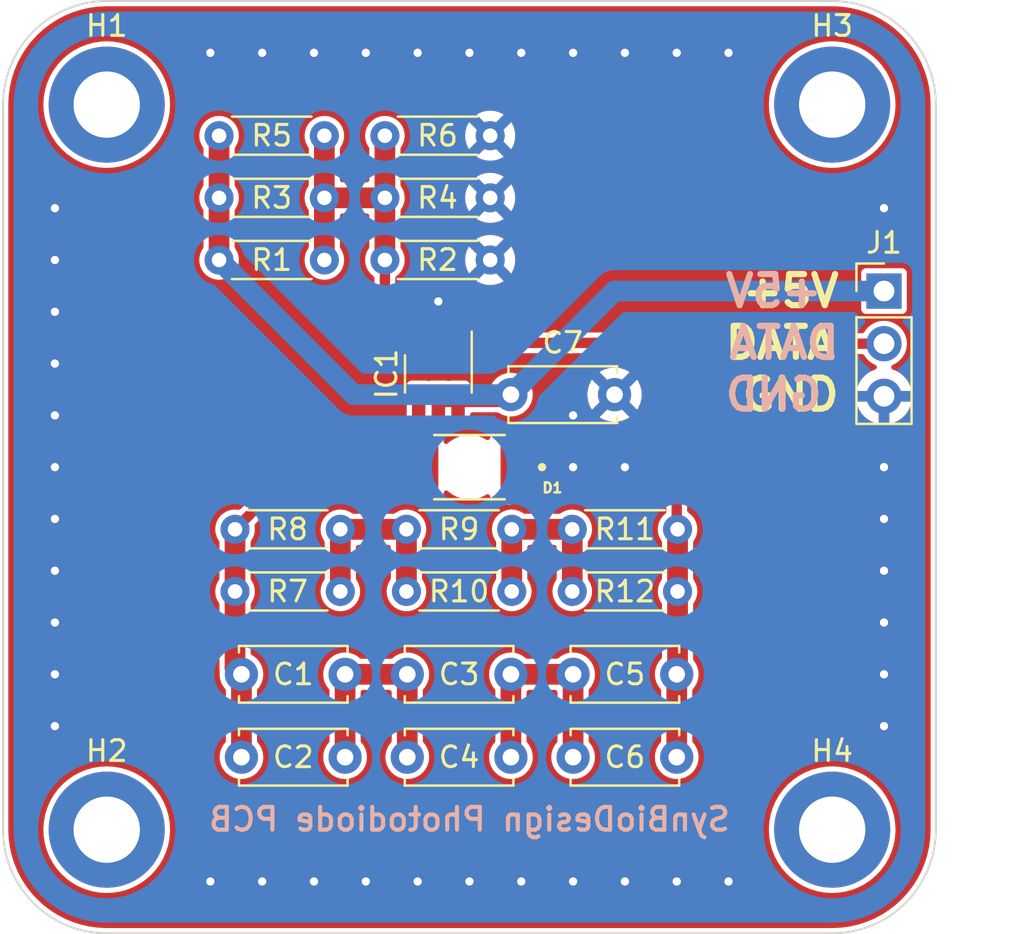
<source format=kicad_pcb>
(kicad_pcb (version 20211014) (generator pcbnew)
  (layers (0 "F.Cu" signal) (31 "B.Cu" signal) (34 "B.Paste" user) (35 "F.Paste" user) (36 "B.SilkS" user "B.Silkscreen") (37 "F.SilkS" user "F.Silkscreen") (38 "B.Mask" user) (39 "F.Mask" user) (44 "Edge.Cuts" user))
  (net 0 "")
  (net 1 "Net-(C1-Pad1)")
  (net 2 "Net-(C1-Pad2)")
  (net 3 "Net-(C3-Pad2)")
  (net 4 "Net-(C5-Pad2)")
  (net 5 "GND")
  (net 6 "Net-(IC1-Pad3)")
  (net 7 "+5V")
  (net 8 "Net-(R10-Pad1)")
  (net 9 "Net-(R10-Pad2)")
  (footprint "Capacitor_THT:C_Disc_D5.0mm_W2.5mm_P5.00mm" (layer "F.Cu") (at 157 104)
    (fp_text reference "C4" (at 2.5 0) (layer "F.SilkS"))
    (fp_text value "C")
    (fp_line (start 5.12 1.055) (end 5.12 1.37) (layer "F.SilkS") (width 0.12))
    (fp_line (start -0.12 -1.37) (end -0.12 -1.055) (layer "F.SilkS") (width 0.12))
    (fp_line (start -0.12 -1.37) (end 5.12 -1.37) (layer "F.SilkS") (width 0.12))
    (fp_line (start -0.12 1.37) (end 5.12 1.37) (layer "F.SilkS") (width 0.12))
    (fp_line (start -0.12 1.055) (end -0.12 1.37) (layer "F.SilkS") (width 0.12))
    (fp_line (start 5.12 -1.37) (end 5.12 -1.055) (layer "F.SilkS") (width 0.12))
    (pad "1" thru_hole circle (at 0 0) (size 1.6 1.6) (drill 0.8) (layers *.Cu *.Mask) (net 2 "Net-(C1-Pad2)"))
    (pad "2" thru_hole circle (at 5 0) (size 1.6 1.6) (drill 0.8) (layers *.Cu *.Mask) (net 3 "Net-(C3-Pad2)"))
  )
  (footprint "Resistor_THT:R_Axial_DIN0204_L3.6mm_D1.6mm_P5.08mm_Horizontal" (layer "F.Cu") (at 161 77 180)
    (fp_text reference "R4" (at 2.54 0) (layer "F.SilkS"))
    (fp_text value "R")
    (fp_line (start 0.62 0.92) (end 4.46 0.92) (layer "F.SilkS") (width 0.12))
    (fp_line (start 0.62 -0.92) (end 4.46 -0.92) (layer "F.SilkS") (width 0.12))
    (pad "1" thru_hole circle (at 0 0 180) (size 1.4 1.4) (drill 0.7) (layers *.Cu *.Mask) (net 5 "GND"))
    (pad "2" thru_hole oval (at 5.08 0 180) (size 1.4 1.4) (drill 0.7) (layers *.Cu *.Mask) (net 6 "Net-(IC1-Pad3)"))
  )
  (footprint "MountingHole:MountingHole_3.2mm_M3_DIN965_Pad" (layer "F.Cu") (at 177.5 72.5)
    (fp_text reference "H3" (at 0 -3.8) (layer "F.SilkS"))
    (fp_text value "MountingHole")
    (pad "1" thru_hole circle (at 0 0) (size 5.6 5.6) (drill 3.2) (layers *.Cu *.Mask))
  )
  (footprint "SFH2270R:LED_SFH2270R" (layer "F.Cu") (at 160 90 180)
    (fp_text reference "D1" (at -4 -1) (layer "F.SilkS") (effects (font (size 0.48 0.48))))
    (fp_text value "D_Photo")
    (fp_line (start -1.7 1.55) (end 1.7 1.55) (layer "F.SilkS") (width 0.127))
    (fp_line (start -1.7 -1.55) (end 1.7 -1.55) (layer "F.SilkS") (width 0.127))
    (fp_circle (center -3.5 0) (end -3.4 0) (layer "F.SilkS") (width 0.2) (fill none))
    (pad "" np_thru_hole circle (at 0 0 180) (size 2.6 2.6) (drill 2.6) (layers *.Cu *.Mask))
    (pad "1" smd rect (at -2.25 0 270) (size 2.6 1.5) (layers "F.Cu") (net 5 "GND"))
    (pad "2" smd rect (at 2.25 0 270) (size 2.6 1.5) (layers "F.Cu") (net 1 "Net-(C1-Pad1)"))
  )
  (footprint "MountingHole:MountingHole_3.2mm_M3_DIN965_Pad" (layer "F.Cu") (at 177.5 107.5)
    (fp_text reference "H4" (at 0 -3.8) (layer "F.SilkS"))
    (fp_text value "MountingHole")
    (pad "1" thru_hole circle (at 0 0) (size 5.6 5.6) (drill 3.2) (layers *.Cu *.Mask))
  )
  (footprint "Resistor_THT:R_Axial_DIN0204_L3.6mm_D1.6mm_P5.08mm_Horizontal" (layer "F.Cu") (at 153 80 180)
    (fp_text reference "R1" (at 2.54 0) (layer "F.SilkS"))
    (fp_text value "R")
    (fp_line (start 0.62 -0.92) (end 4.46 -0.92) (layer "F.SilkS") (width 0.12))
    (fp_line (start 0.62 0.92) (end 4.46 0.92) (layer "F.SilkS") (width 0.12))
    (pad "1" thru_hole circle (at 0 0 180) (size 1.4 1.4) (drill 0.7) (layers *.Cu *.Mask) (net 6 "Net-(IC1-Pad3)"))
    (pad "2" thru_hole oval (at 5.08 0 180) (size 1.4 1.4) (drill 0.7) (layers *.Cu *.Mask) (net 7 "+5V"))
  )
  (footprint "Resistor_THT:R_Axial_DIN0204_L3.6mm_D1.6mm_P5.08mm_Horizontal" (layer "F.Cu") (at 161 74 180)
    (fp_text reference "R6" (at 2.54 0) (layer "F.SilkS"))
    (fp_text value "R")
    (fp_line (start 0.62 0.92) (end 4.46 0.92) (layer "F.SilkS") (width 0.12))
    (fp_line (start 0.62 -0.92) (end 4.46 -0.92) (layer "F.SilkS") (width 0.12))
    (pad "1" thru_hole circle (at 0 0 180) (size 1.4 1.4) (drill 0.7) (layers *.Cu *.Mask) (net 5 "GND"))
    (pad "2" thru_hole oval (at 5.08 0 180) (size 1.4 1.4) (drill 0.7) (layers *.Cu *.Mask) (net 6 "Net-(IC1-Pad3)"))
  )
  (footprint "Connector_PinHeader_2.54mm:PinHeader_1x03_P2.54mm_Vertical" (layer "F.Cu") (at 180 81.5)
    (fp_text reference "J1" (at 0 -2.33) (layer "F.SilkS"))
    (fp_text value "Conn_01x03_Male")
    (fp_line (start -1.33 0) (end -1.33 -1.33) (layer "F.SilkS") (width 0.12))
    (fp_line (start -1.33 1.27) (end -1.33 6.41) (layer "F.SilkS") (width 0.12))
    (fp_line (start -1.33 6.41) (end 1.33 6.41) (layer "F.SilkS") (width 0.12))
    (fp_line (start 1.33 1.27) (end 1.33 6.41) (layer "F.SilkS") (width 0.12))
    (fp_line (start -1.33 1.27) (end 1.33 1.27) (layer "F.SilkS") (width 0.12))
    (fp_line (start -1.33 -1.33) (end 0 -1.33) (layer "F.SilkS") (width 0.12))
    (pad "1" thru_hole rect (at 0 0) (size 1.7 1.7) (drill 1) (layers *.Cu *.Mask) (net 7 "+5V"))
    (pad "2" thru_hole oval (at 0 2.54) (size 1.7 1.7) (drill 1) (layers *.Cu *.Mask) (net 4 "Net-(C5-Pad2)"))
    (pad "3" thru_hole oval (at 0 5.08) (size 1.7 1.7) (drill 1) (layers *.Cu *.Mask) (net 5 "GND"))
  )
  (footprint "Capacitor_THT:C_Disc_D5.0mm_W2.5mm_P5.00mm" (layer "F.Cu") (at 162 86.5)
    (fp_text reference "C7" (at 2.5 -2.5) (layer "F.SilkS"))
    (fp_text value "C")
    (fp_line (start -0.12 -1.37) (end 5.12 -1.37) (layer "F.SilkS") (width 0.12))
    (fp_line (start -0.12 -1.37) (end -0.12 -1.055) (layer "F.SilkS") (width 0.12))
    (fp_line (start -0.12 1.37) (end 5.12 1.37) (layer "F.SilkS") (width 0.12))
    (fp_line (start 5.12 1.055) (end 5.12 1.37) (layer "F.SilkS") (width 0.12))
    (fp_line (start 5.12 -1.37) (end 5.12 -1.055) (layer "F.SilkS") (width 0.12))
    (fp_line (start -0.12 1.055) (end -0.12 1.37) (layer "F.SilkS") (width 0.12))
    (pad "1" thru_hole circle (at 0 0) (size 1.6 1.6) (drill 0.8) (layers *.Cu *.Mask) (net 7 "+5V"))
    (pad "2" thru_hole circle (at 5 0) (size 1.6 1.6) (drill 0.8) (layers *.Cu *.Mask) (net 5 "GND"))
  )
  (footprint "MountingHole:MountingHole_3.2mm_M3_DIN965_Pad" (layer "F.Cu") (at 142.5 107.5)
    (fp_text reference "H2" (at 0 -3.8) (layer "F.SilkS"))
    (fp_text value "MountingHole")
    (pad "1" thru_hole circle (at 0 0) (size 5.6 5.6) (drill 3.2) (layers *.Cu *.Mask))
  )
  (footprint "Capacitor_THT:C_Disc_D5.0mm_W2.5mm_P5.00mm" (layer "F.Cu") (at 165 100)
    (fp_text reference "C5" (at 2.5 0) (layer "F.SilkS"))
    (fp_text value "C")
    (fp_line (start 5.12 -1.37) (end 5.12 -1.055) (layer "F.SilkS") (width 0.12))
    (fp_line (start -0.12 -1.37) (end -0.12 -1.055) (layer "F.SilkS") (width 0.12))
    (fp_line (start -0.12 -1.37) (end 5.12 -1.37) (layer "F.SilkS") (width 0.12))
    (fp_line (start 5.12 1.055) (end 5.12 1.37) (layer "F.SilkS") (width 0.12))
    (fp_line (start -0.12 1.37) (end 5.12 1.37) (layer "F.SilkS") (width 0.12))
    (fp_line (start -0.12 1.055) (end -0.12 1.37) (layer "F.SilkS") (width 0.12))
    (pad "1" thru_hole circle (at 0 0) (size 1.6 1.6) (drill 0.8) (layers *.Cu *.Mask) (net 3 "Net-(C3-Pad2)"))
    (pad "2" thru_hole circle (at 5 0) (size 1.6 1.6) (drill 0.8) (layers *.Cu *.Mask) (net 4 "Net-(C5-Pad2)"))
  )
  (footprint "Capacitor_THT:C_Disc_D5.0mm_W2.5mm_P5.00mm" (layer "F.Cu") (at 149 104)
    (fp_text reference "C2" (at 2.5 0) (layer "F.SilkS"))
    (fp_text value "C")
    (fp_line (start -0.12 1.37) (end 5.12 1.37) (layer "F.SilkS") (width 0.12))
    (fp_line (start -0.12 -1.37) (end 5.12 -1.37) (layer "F.SilkS") (width 0.12))
    (fp_line (start 5.12 -1.37) (end 5.12 -1.055) (layer "F.SilkS") (width 0.12))
    (fp_line (start -0.12 1.055) (end -0.12 1.37) (layer "F.SilkS") (width 0.12))
    (fp_line (start 5.12 1.055) (end 5.12 1.37) (layer "F.SilkS") (width 0.12))
    (fp_line (start -0.12 -1.37) (end -0.12 -1.055) (layer "F.SilkS") (width 0.12))
    (pad "1" thru_hole circle (at 0 0) (size 1.6 1.6) (drill 0.8) (layers *.Cu *.Mask) (net 1 "Net-(C1-Pad1)"))
    (pad "2" thru_hole circle (at 5 0) (size 1.6 1.6) (drill 0.8) (layers *.Cu *.Mask) (net 2 "Net-(C1-Pad2)"))
  )
  (footprint "Resistor_THT:R_Axial_DIN0204_L3.6mm_D1.6mm_P5.08mm_Horizontal" (layer "F.Cu") (at 156.96 93)
    (fp_text reference "R9" (at 2.54 0) (layer "F.SilkS"))
    (fp_text value "R")
    (fp_line (start 0.62 -0.92) (end 4.46 -0.92) (layer "F.SilkS") (width 0.12))
    (fp_line (start 0.62 0.92) (end 4.46 0.92) (layer "F.SilkS") (width 0.12))
    (pad "1" thru_hole circle (at 0 0) (size 1.4 1.4) (drill 0.7) (layers *.Cu *.Mask) (net 8 "Net-(R10-Pad1)"))
    (pad "2" thru_hole oval (at 5.08 0) (size 1.4 1.4) (drill 0.7) (layers *.Cu *.Mask) (net 9 "Net-(R10-Pad2)"))
  )
  (footprint "Resistor_THT:R_Axial_DIN0204_L3.6mm_D1.6mm_P5.08mm_Horizontal" (layer "F.Cu") (at 153 77 180)
    (fp_text reference "R3" (at 2.54 0.000001) (layer "F.SilkS"))
    (fp_text value "R")
    (fp_line (start 0.62 -0.92) (end 4.46 -0.92) (layer "F.SilkS") (width 0.12))
    (fp_line (start 0.62 0.92) (end 4.46 0.92) (layer "F.SilkS") (width 0.12))
    (pad "1" thru_hole circle (at 0 0 180) (size 1.4 1.4) (drill 0.7) (layers *.Cu *.Mask) (net 6 "Net-(IC1-Pad3)"))
    (pad "2" thru_hole oval (at 5.08 0 180) (size 1.4 1.4) (drill 0.7) (layers *.Cu *.Mask) (net 7 "+5V"))
  )
  (footprint "Capacitor_THT:C_Disc_D5.0mm_W2.5mm_P5.00mm" (layer "F.Cu") (at 157 100)
    (fp_text reference "C3" (at 2.5 0) (layer "F.SilkS"))
    (fp_text value "C")
    (fp_line (start -0.12 -1.37) (end -0.12 -1.055) (layer "F.SilkS") (width 0.12))
    (fp_line (start 5.12 1.055) (end 5.12 1.37) (layer "F.SilkS") (width 0.12))
    (fp_line (start -0.12 -1.37) (end 5.12 -1.37) (layer "F.SilkS") (width 0.12))
    (fp_line (start 5.12 -1.37) (end 5.12 -1.055) (layer "F.SilkS") (width 0.12))
    (fp_line (start -0.12 1.055) (end -0.12 1.37) (layer "F.SilkS") (width 0.12))
    (fp_line (start -0.12 1.37) (end 5.12 1.37) (layer "F.SilkS") (width 0.12))
    (pad "1" thru_hole circle (at 0 0) (size 1.6 1.6) (drill 0.8) (layers *.Cu *.Mask) (net 2 "Net-(C1-Pad2)"))
    (pad "2" thru_hole circle (at 5 0) (size 1.6 1.6) (drill 0.8) (layers *.Cu *.Mask) (net 3 "Net-(C3-Pad2)"))
  )
  (footprint "Capacitor_THT:C_Disc_D5.0mm_W2.5mm_P5.00mm" (layer "F.Cu") (at 165 104)
    (fp_text reference "C6" (at 2.5 0) (layer "F.SilkS"))
    (fp_text value "C")
    (fp_line (start -0.12 -1.37) (end 5.12 -1.37) (layer "F.SilkS") (width 0.12))
    (fp_line (start -0.12 -1.37) (end -0.12 -1.055) (layer "F.SilkS") (width 0.12))
    (fp_line (start -0.12 1.37) (end 5.12 1.37) (layer "F.SilkS") (width 0.12))
    (fp_line (start 5.12 -1.37) (end 5.12 -1.055) (layer "F.SilkS") (width 0.12))
    (fp_line (start 5.12 1.055) (end 5.12 1.37) (layer "F.SilkS") (width 0.12))
    (fp_line (start -0.12 1.055) (end -0.12 1.37) (layer "F.SilkS") (width 0.12))
    (pad "1" thru_hole circle (at 0 0) (size 1.6 1.6) (drill 0.8) (layers *.Cu *.Mask) (net 3 "Net-(C3-Pad2)"))
    (pad "2" thru_hole circle (at 5 0) (size 1.6 1.6) (drill 0.8) (layers *.Cu *.Mask) (net 4 "Net-(C5-Pad2)"))
  )
  (footprint "Capacitor_THT:C_Disc_D5.0mm_W2.5mm_P5.00mm" (layer "F.Cu") (at 149 100)
    (fp_text reference "C1" (at 2.5 0) (layer "F.SilkS"))
    (fp_text value "C")
    (fp_line (start -0.12 1.37) (end 5.12 1.37) (layer "F.SilkS") (width 0.12))
    (fp_line (start -0.12 1.055) (end -0.12 1.37) (layer "F.SilkS") (width 0.12))
    (fp_line (start 5.12 -1.37) (end 5.12 -1.055) (layer "F.SilkS") (width 0.12))
    (fp_line (start -0.12 -1.37) (end -0.12 -1.055) (layer "F.SilkS") (width 0.12))
    (fp_line (start 5.12 1.055) (end 5.12 1.37) (layer "F.SilkS") (width 0.12))
    (fp_line (start -0.12 -1.37) (end 5.12 -1.37) (layer "F.SilkS") (width 0.12))
    (pad "1" thru_hole circle (at 0 0) (size 1.6 1.6) (drill 0.8) (layers *.Cu *.Mask) (net 1 "Net-(C1-Pad1)"))
    (pad "2" thru_hole circle (at 5 0) (size 1.6 1.6) (drill 0.8) (layers *.Cu *.Mask) (net 2 "Net-(C1-Pad2)"))
  )
  (footprint "Resistor_THT:R_Axial_DIN0204_L3.6mm_D1.6mm_P5.08mm_Horizontal" (layer "F.Cu") (at 148.69 96)
    (fp_text reference "R7" (at 2.54 0) (layer "F.SilkS"))
    (fp_text value "R")
    (fp_line (start 0.62 0.92) (end 4.46 0.92) (layer "F.SilkS") (width 0.12))
    (fp_line (start 0.62 -0.92) (end 4.46 -0.92) (layer "F.SilkS") (width 0.12))
    (pad "1" thru_hole circle (at 0 0) (size 1.4 1.4) (drill 0.7) (layers *.Cu *.Mask) (net 1 "Net-(C1-Pad1)"))
    (pad "2" thru_hole oval (at 5.08 0) (size 1.4 1.4) (drill 0.7) (layers *.Cu *.Mask) (net 8 "Net-(R10-Pad1)"))
  )
  (footprint "Resistor_THT:R_Axial_DIN0204_L3.6mm_D1.6mm_P5.08mm_Horizontal" (layer "F.Cu") (at 148.69 93)
    (fp_text reference "R8" (at 2.54 0) (layer "F.SilkS"))
    (fp_text value "R")
    (fp_line (start 0.62 -0.92) (end 4.46 -0.92) (layer "F.SilkS") (width 0.12))
    (fp_line (start 0.62 0.92) (end 4.46 0.92) (layer "F.SilkS") (width 0.12))
    (pad "1" thru_hole circle (at 0 0) (size 1.4 1.4) (drill 0.7) (layers *.Cu *.Mask) (net 1 "Net-(C1-Pad1)"))
    (pad "2" thru_hole oval (at 5.08 0) (size 1.4 1.4) (drill 0.7) (layers *.Cu *.Mask) (net 8 "Net-(R10-Pad1)"))
  )
  (footprint "Resistor_THT:R_Axial_DIN0204_L3.6mm_D1.6mm_P5.08mm_Horizontal" (layer "F.Cu") (at 164.96 96)
    (fp_text reference "R12" (at 2.54 0) (layer "F.SilkS"))
    (fp_text value "R")
    (fp_line (start 0.62 -0.92) (end 4.46 -0.92) (layer "F.SilkS") (width 0.12))
    (fp_line (start 0.62 0.92) (end 4.46 0.92) (layer "F.SilkS") (width 0.12))
    (pad "1" thru_hole circle (at 0 0) (size 1.4 1.4) (drill 0.7) (layers *.Cu *.Mask) (net 9 "Net-(R10-Pad2)"))
    (pad "2" thru_hole oval (at 5.08 0) (size 1.4 1.4) (drill 0.7) (layers *.Cu *.Mask) (net 4 "Net-(C5-Pad2)"))
  )
  (footprint "Resistor_THT:R_Axial_DIN0204_L3.6mm_D1.6mm_P5.08mm_Horizontal" (layer "F.Cu") (at 156.96 96)
    (fp_text reference "R10" (at 2.54 0) (layer "F.SilkS"))
    (fp_text value "R")
    (fp_line (start 0.62 0.92) (end 4.46 0.92) (layer "F.SilkS") (width 0.12))
    (fp_line (start 0.62 -0.92) (end 4.46 -0.92) (layer "F.SilkS") (width 0.12))
    (pad "1" thru_hole circle (at 0 0) (size 1.4 1.4) (drill 0.7) (layers *.Cu *.Mask) (net 8 "Net-(R10-Pad1)"))
    (pad "2" thru_hole oval (at 5.08 0) (size 1.4 1.4) (drill 0.7) (layers *.Cu *.Mask) (net 9 "Net-(R10-Pad2)"))
  )
  (footprint "Package_TO_SOT_SMD:SOT-23-6_Handsoldering" (layer "F.Cu") (at 158.5 85.5 -90)
    (fp_text reference "IC1" (at 0 2.5 90) (layer "F.SilkS"))
    (fp_text value "OPA322SAIDBVT")
    (fp_line (start 0.9 -1.61) (end -2.05 -1.61) (layer "F.SilkS") (width 0.12))
    (fp_line (start -0.9 1.61) (end 0.9 1.61) (layer "F.SilkS") (width 0.12))
    (pad "1" smd rect (at -1.35 -0.95 270) (size 1.56 0.65) (layers "F.Cu" "F.Paste" "F.Mask") (net 4 "Net-(C5-Pad2)"))
    (pad "2" smd rect (at -1.35 0 270) (size 1.56 0.65) (layers "F.Cu" "F.Paste" "F.Mask") (net 5 "GND"))
    (pad "3" smd rect (at -1.35 0.95 270) (size 1.56 0.65) (layers "F.Cu" "F.Paste" "F.Mask") (net 6 "Net-(IC1-Pad3)"))
    (pad "4" smd rect (at 1.35 0.95 270) (size 1.56 0.65) (layers "F.Cu" "F.Paste" "F.Mask") (net 1 "Net-(C1-Pad1)"))
    (pad "5" smd rect (at 1.35 0 270) (size 1.56 0.65) (layers "F.Cu" "F.Paste" "F.Mask") (net 7 "+5V"))
    (pad "6" smd rect (at 1.35 -0.95 270) (size 1.56 0.65) (layers "F.Cu" "F.Paste" "F.Mask") (net 7 "+5V"))
  )
  (footprint "Resistor_THT:R_Axial_DIN0204_L3.6mm_D1.6mm_P5.08mm_Horizontal" (layer "F.Cu") (at 164.96 93)
    (fp_text reference "R11" (at 2.54 0) (layer "F.SilkS"))
    (fp_text value "R")
    (fp_line (start 0.62 0.92) (end 4.46 0.92) (layer "F.SilkS") (width 0.12))
    (fp_line (start 0.62 -0.92) (end 4.46 -0.92) (layer "F.SilkS") (width 0.12))
    (pad "1" thru_hole circle (at 0 0) (size 1.4 1.4) (drill 0.7) (layers *.Cu *.Mask) (net 9 "Net-(R10-Pad2)"))
    (pad "2" thru_hole oval (at 5.08 0) (size 1.4 1.4) (drill 0.7) (layers *.Cu *.Mask) (net 4 "Net-(C5-Pad2)"))
  )
  (footprint "MountingHole:MountingHole_3.2mm_M3_DIN965_Pad" (layer "F.Cu") (at 142.5 72.5)
    (fp_text reference "H1" (at 0 -3.8) (layer "F.SilkS"))
    (fp_text value "MountingHole")
    (pad "1" thru_hole circle (at 0 0) (size 5.6 5.6) (drill 3.2) (layers *.Cu *.Mask))
  )
  (footprint "Resistor_THT:R_Axial_DIN0204_L3.6mm_D1.6mm_P5.08mm_Horizontal" (layer "F.Cu") (at 161 80 180)
    (fp_text reference "R2" (at 2.54 0) (layer "F.SilkS"))
    (fp_text value "R")
    (fp_line (start 0.62 0.92) (end 4.46 0.92) (layer "F.SilkS") (width 0.12))
    (fp_line (start 0.62 -0.92) (end 4.46 -0.92) (layer "F.SilkS") (width 0.12))
    (pad "1" thru_hole circle (at 0 0 180) (size 1.4 1.4) (drill 0.7) (layers *.Cu *.Mask) (net 5 "GND"))
    (pad "2" thru_hole oval (at 5.08 0 180) (size 1.4 1.4) (drill 0.7) (layers *.Cu *.Mask) (net 6 "Net-(IC1-Pad3)"))
  )
  (footprint "Resistor_THT:R_Axial_DIN0204_L3.6mm_D1.6mm_P5.08mm_Horizontal" (layer "F.Cu") (at 153 74 180)
    (fp_text reference "R5" (at 2.54 0) (layer "F.SilkS"))
    (fp_text value "R")
    (fp_line (start 0.62 -0.92) (end 4.46 -0.92) (layer "F.SilkS") (width 0.12))
    (fp_line (start 0.62 0.92) (end 4.46 0.92) (layer "F.SilkS") (width 0.12))
    (pad "1" thru_hole circle (at 0 0 180) (size 1.4 1.4) (drill 0.7) (layers *.Cu *.Mask) (net 6 "Net-(IC1-Pad3)"))
    (pad "2" thru_hole oval (at 5.08 0 180) (size 1.4 1.4) (drill 0.7) (layers *.Cu *.Mask) (net 7 "+5V"))
  )
  (gr_arc (start 142.5 112.5) (mid 138.964466 111.035534) (end 137.5 107.5) (layer "Edge.Cuts") (width 0.1))
  (gr_line (start 182.5 107.5) (end 182.5 72.5) (layer "Edge.Cuts") (width 0.1))
  (gr_arc (start 177.5 67.5) (mid 181.035534 68.964466) (end 182.5 72.5) (layer "Edge.Cuts") (width 0.1))
  (gr_arc (start 182.5 107.5) (mid 181.035534 111.035534) (end 177.5 112.5) (layer "Edge.Cuts") (width 0.1))
  (gr_line (start 137.5 72.5) (end 137.5 107.5) (layer "Edge.Cuts") (width 0.1))
  (gr_line (start 142.5 112.5) (end 177.5 112.5) (layer "Edge.Cuts") (width 0.1))
  (gr_line (start 142.5 67.5) (end 177.5 67.5) (layer "Edge.Cuts") (width 0.1))
  (gr_arc (start 137.5 72.5) (mid 138.964466 68.964466) (end 142.5 67.5) (layer "Edge.Cuts") (width 0.1))
  (gr_text "+5V" (at 174.678572 81.5) (layer "B.SilkS") (effects (font (size 1.5 1.5) (thickness 0.3)) (justify mirror)))
  (gr_text "DATA" (at 175.178572 84) (layer "B.SilkS") (effects (font (size 1.5 1.5) (thickness 0.3)) (justify mirror)))
  (gr_text "GND" (at 174.678572 86.5) (layer "B.SilkS") (effects (font (size 1.5 1.5) (thickness 0.3)) (justify mirror)))
  (gr_text "SynBioDesign Photodiode PCB" (at 160 107) (layer "B.SilkS") (effects (font (size 1.1 1.1) (thickness 0.2)) (justify mirror)))
  (gr_text "GND" (at 175.5 86.5) (layer "F.SilkS") (effects (font (size 1.5 1.5) (thickness 0.3))))
  (gr_text "+5V" (at 175.5 81.5) (layer "F.SilkS") (effects (font (size 1.5 1.5) (thickness 0.3))))
  (gr_text "DATA" (at 175 84) (layer "F.SilkS") (effects (font (size 1.5 1.5) (thickness 0.3))))
  (segment (start 151.69 90) (end 148.69 93) (width 0.5) (layer "F.Cu") (net 1))
  (segment (start 149 104) (end 149 100) (width 1) (layer "F.Cu") (net 1))
  (segment (start 148.69 99.69) (end 149 100) (width 1) (layer "F.Cu") (net 1))
  (segment (start 157.75 90) (end 151.69 90) (width 0.5) (layer "F.Cu") (net 1))
  (segment (start 148.69 96) (end 148.69 93) (width 1) (layer "F.Cu") (net 1))
  (segment (start 157.55 86.85) (end 157.55 89.8) (width 0.5) (layer "F.Cu") (net 1))
  (segment (start 157.55 89.8) (end 157.75 90) (width 0.5) (layer "F.Cu") (net 1))
  (segment (start 148.69 96) (end 148.69 99.69) (width 1) (layer "F.Cu") (net 1))
  (segment (start 154 100) (end 157 100) (width 1) (layer "F.Cu") (net 2))
  (segment (start 157 104) (end 157 100) (width 1) (layer "F.Cu") (net 2))
  (segment (start 154 104) (end 154 100) (width 1) (layer "F.Cu") (net 2))
  (segment (start 162 100) (end 165 100) (width 1) (layer "F.Cu") (net 3))
  (segment (start 165 100) (end 165 104) (width 1) (layer "F.Cu") (net 3))
  (segment (start 162 104) (end 162 100) (width 1) (layer "F.Cu") (net 3))
  (segment (start 170.04 96) (end 170.04 93) (width 1) (layer "F.Cu") (net 4))
  (segment (start 169.75 84.75) (end 169.75 84.25) (width 0.5) (layer "F.Cu") (net 4))
  (segment (start 170 85) (end 170.96 84.04) (width 0.5) (layer "F.Cu") (net 4))
  (segment (start 170 85) (end 170 84.5) (width 0.5) (layer "F.Cu") (net 4))
  (segment (start 159.45 84.15) (end 159.6 84) (width 0.5) (layer "F.Cu") (net 4))
  (segment (start 170.96 84.04) (end 180 84.04) (width 0.5) (layer "F.Cu") (net 4))
  (segment (start 170 84.5) (end 170.46 84.04) (width 0.5) (layer "F.Cu") (net 4))
  (segment (start 159.6 84) (end 169 84) (width 0.5) (layer "F.Cu") (net 4))
  (segment (start 170 85) (end 170 92.96) (width 0.5) (layer "F.Cu") (net 4))
  (segment (start 170 104) (end 170 100) (width 1) (layer "F.Cu") (net 4))
  (segment (start 169.75 84.25) (end 169.96 84.04) (width 0.5) (layer "F.Cu") (net 4))
  (segment (start 169 84) (end 169.04 84.04) (width 0.5) (layer "F.Cu") (net 4))
  (segment (start 170 84.5) (end 170 84.08) (width 0.5) (layer "F.Cu") (net 4))
  (segment (start 170.04 96) (end 170.04 99.96) (width 1) (layer "F.Cu") (net 4))
  (segment (start 170.04 99.96) (end 170 100) (width 1) (layer "F.Cu") (net 4))
  (segment (start 170 84.08) (end 169.96 84.04) (width 0.5) (layer "F.Cu") (net 4))
  (segment (start 169.96 84.04) (end 170.46 84.04) (width 0.5) (layer "F.Cu") (net 4))
  (segment (start 170.46 84.04) (end 170.96 84.04) (width 0.5) (layer "F.Cu") (net 4))
  (segment (start 169.75 84.75) (end 169.15 84.15) (width 0.5) (layer "F.Cu") (net 4))
  (segment (start 169.04 84.04) (end 169.96 84.04) (width 0.5) (layer "F.Cu") (net 4))
  (segment (start 170 85) (end 169.75 84.75) (width 0.5) (layer "F.Cu") (net 4))
  (segment (start 170 92.96) (end 170.04 93) (width 0.5) (layer "F.Cu") (net 4))
  (segment (start 169 84) (end 169.15 84.15) (width 0.5) (layer "F.Cu") (net 4))
  (via (at 140 87.5) (size 0.8) (drill 0.4) (layers "F.Cu" "B.Cu") (net 5))
  (via (at 165 87.5) (size 0.8) (drill 0.4) (layers "F.Cu" "B.Cu") (net 5))
  (via (at 160 110) (size 0.8) (drill 0.4) (layers "F.Cu" "B.Cu") (net 5))
  (via (at 157.5 70) (size 0.8) (drill 0.4) (layers "F.Cu" "B.Cu") (net 5))
  (via (at 140 102.5) (size 0.8) (drill 0.4) (layers "F.Cu" "B.Cu") (net 5))
  (via (at 162.5 70) (size 0.8) (drill 0.4) (layers "F.Cu" "B.Cu") (net 5))
  (via (at 180 100) (size 0.8) (drill 0.4) (layers "F.Cu" "B.Cu") (net 5))
  (via (at 140 77.5) (size 0.8) (drill 0.4) (layers "F.Cu" "B.Cu") (net 5))
  (via (at 152.5 70) (size 0.8) (drill 0.4) (layers "F.Cu" "B.Cu") (net 5))
  (via (at 167.5 70) (size 0.8) (drill 0.4) (layers "F.Cu" "B.Cu") (net 5))
  (via (at 158.5 82) (size 0.8) (drill 0.4) (layers "F.Cu" "B.Cu") (net 5))
  (via (at 165 70) (size 0.8) (drill 0.4) (layers "F.Cu" "B.Cu") (net 5))
  (via (at 147.5 70) (size 0.8) (drill 0.4) (layers "F.Cu" "B.Cu") (net 5))
  (via (at 150 110) (size 0.8) (drill 0.4) (layers "F.Cu" "B.Cu") (net 5))
  (via (at 172.5 70) (size 0.8) (drill 0.4) (layers "F.Cu" "B.Cu") (net 5))
  (via (at 147.5 110) (size 0.8) (drill 0.4) (layers "F.Cu" "B.Cu") (net 5))
  (via (at 167.5 90) (size 0.8) (drill 0.4) (layers "F.Cu" "B.Cu") (net 5))
  (via (at 140 90) (size 0.8) (drill 0.4) (layers "F.Cu" "B.Cu") (net 5))
  (via (at 165 110) (size 0.8) (drill 0.4) (layers "F.Cu" "B.Cu") (net 5))
  (via (at 140 82.5) (size 0.8) (drill 0.4) (layers "F.Cu" "B.Cu") (net 5))
  (via (at 172.5 110) (size 0.8) (drill 0.4) (layers "F.Cu" "B.Cu") (net 5))
  (via (at 165 90) (size 0.8) (drill 0.4) (layers "F.Cu" "B.Cu") (net 5))
  (via (at 140 85) (size 0.8) (drill 0.4) (layers "F.Cu" "B.Cu") (net 5))
  (via (at 155 110) (size 0.8) (drill 0.4) (layers "F.Cu" "B.Cu") (net 5))
  (via (at 157.5 110) (size 0.8) (drill 0.4) (layers "F.Cu" "B.Cu") (net 5))
  (via (at 150 70) (size 0.8) (drill 0.4) (layers "F.Cu" "B.Cu") (net 5))
  (via (at 160 70) (size 0.8) (drill 0.4) (layers "F.Cu" "B.Cu") (net 5))
  (via (at 140 92.5) (size 0.8) (drill 0.4) (layers "F.Cu" "B.Cu") (net 5))
  (via (at 140 100) (size 0.8) (drill 0.4) (layers "F.Cu" "B.Cu") (net 5))
  (via (at 180 77.5) (size 0.8) (drill 0.4) (layers "F.Cu" "B.Cu") (net 5))
  (via (at 180 92.5) (size 0.8) (drill 0.4) (layers "F.Cu" "B.Cu") (net 5))
  (via (at 167.5 110) (size 0.8) (drill 0.4) (layers "F.Cu" "B.Cu") (net 5))
  (via (at 170 110) (size 0.8) (drill 0.4) (layers "F.Cu" "B.Cu") (net 5))
  (via (at 180 97.5) (size 0.8) (drill 0.4) (layers "F.Cu" "B.Cu") (net 5))
  (via (at 180 102.5) (size 0.8) (drill 0.4) (layers "F.Cu" "B.Cu") (net 5))
  (via (at 170 70) (size 0.8) (drill 0.4) (layers "F.Cu" "B.Cu") (net 5))
  (via (at 180 95) (size 0.8) (drill 0.4) (layers "F.Cu" "B.Cu") (net 5))
  (via (at 140 95) (size 0.8) (drill 0.4) (layers "F.Cu" "B.Cu") (net 5))
  (via (at 152.5 110) (size 0.8) (drill 0.4) (layers "F.Cu" "B.Cu") (net 5))
  (via (at 180 90) (size 0.8) (drill 0.4) (layers "F.Cu" "B.Cu") (net 5))
  (via (at 155 70) (size 0.8) (drill 0.4) (layers "F.Cu" "B.Cu") (net 5))
  (via (at 140 80) (size 0.8) (drill 0.4) (layers "F.Cu" "B.Cu") (net 5))
  (via (at 162.5 110) (size 0.8) (drill 0.4) (layers "F.Cu" "B.Cu") (net 5))
  (via (at 140 97.5) (size 0.8) (drill 0.4) (layers "F.Cu" "B.Cu") (net 5))
  (segment (start 157.55 84.15) (end 157.55 83.63) (width 0.5) (layer "F.Cu") (net 6))
  (segment (start 155.92 74) (end 155.92 77) (width 1) (layer "F.Cu") (net 6))
  (segment (start 155.92 80) (end 155.92 82) (width 0.5) (layer "F.Cu") (net 6))
  (segment (start 153 77) (end 155.92 77) (width 1) (layer "F.Cu") (net 6))
  (segment (start 153 80) (end 153 77) (width 1) (layer "F.Cu") (net 6))
  (segment (start 155.92 80) (end 155.92 77) (width 1) (layer "F.Cu") (net 6))
  (segment (start 157.55 83.63) (end 155.92 82) (width 0.5) (layer "F.Cu") (net 6))
  (segment (start 153 77) (end 153 74) (width 1) (layer "F.Cu") (net 6))
  (segment (start 161.65 86.85) (end 162 86.5) (width 0.5) (layer "F.Cu") (net 7))
  (segment (start 159.45 86.85) (end 161.65 86.85) (width 0.5) (layer "F.Cu") (net 7))
  (segment (start 147.92 74) (end 147.92 77) (width 1) (layer "F.Cu") (net 7))
  (segment (start 158.5 86.85) (end 159.45 86.85) (width 0.5) (layer "F.Cu") (net 7))
  (segment (start 147.92 80) (end 147.92 77) (width 1) (layer "F.Cu") (net 7))
  (segment (start 154.42 86.5) (end 147.92 80) (width 1) (layer "B.Cu") (net 7))
  (segment (start 167 81.5) (end 162 86.5) (width 1) (layer "B.Cu") (net 7))
  (segment (start 180 81.5) (end 167 81.5) (width 1) (layer "B.Cu") (net 7))
  (segment (start 161.9 86.5) (end 154.42 86.5) (width 1) (layer "B.Cu") (net 7))
  (segment (start 153.77 96) (end 153.77 93) (width 1) (layer "F.Cu") (net 8))
  (segment (start 156.96 93) (end 156.96 96) (width 1) (layer "F.Cu") (net 8))
  (segment (start 153.77 93) (end 156.96 93) (width 1) (layer "F.Cu") (net 8))
  (segment (start 164.96 96) (end 164.96 93) (width 1) (layer "F.Cu") (net 9))
  (segment (start 162.04 93) (end 164.96 93) (width 1) (layer "F.Cu") (net 9))
  (segment (start 162.04 96) (end 162.04 93) (width 1) (layer "F.Cu") (net 9))
  (zone (net 5) (net_name "GND") (layer "F.Cu") (connect_pads (clearance 0.25)) (min_thickness 0.25) (fill yes (thermal_gap 0.508) (thermal_bridge_width 0.508))
    (polygon (pts (xy 182.5 112.5) (xy 137.5 112.5) (xy 137.5 67.5) (xy 182.5 67.5)))
  )
  (zone (net 5) (net_name "GND") (layer "B.Cu") (connect_pads (clearance 0.508)) (min_thickness 0.254) (fill yes (thermal_gap 0.508) (thermal_bridge_width 0.508))
    (polygon (pts (xy 182.5 112.5) (xy 137.5 112.5) (xy 137.5 67.5) (xy 182.5 67.5)))
  )
)
</source>
